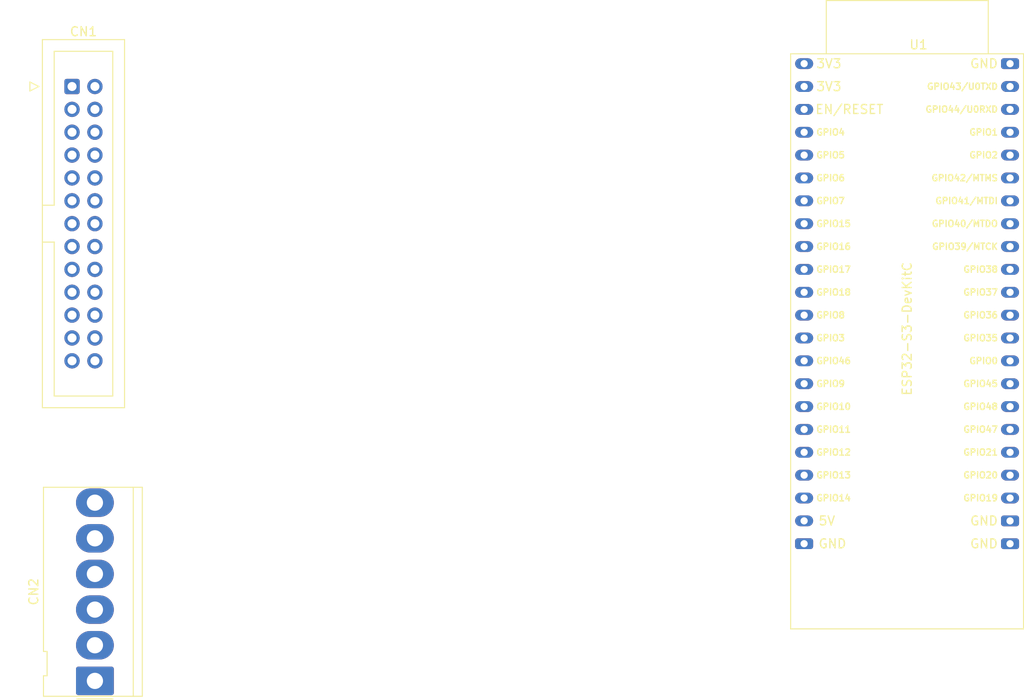
<source format=kicad_pcb>
(kicad_pcb (version 20211014) (generator pcbnew)
  (layers (0 "F.Cu" signal) (31 "B.Cu" signal) (34 "B.Paste" user) (35 "F.Paste" user) (36 "B.SilkS" user "B.Silkscreen") (37 "F.SilkS" user "F.Silkscreen") (38 "B.Mask" user) (39 "F.Mask" user) (44 "Edge.Cuts" user))
  (net 0 "")
  (net 4 "VFD SEL")
  (net 5 "VFD CMD")
  (net 6 "VFD WRT")
  (net 7 "VFD D0")
  (net 8 "VFD D1")
  (net 9 "VFD D2")
  (net 10 "VFD D3")
  (net 11 "VFD D4")
  (net 12 "VFD D5")
  (net 13 "VFD D6")
  (net 14 "VFD D7")
  (net 21 "+5V")
  (net 22 "GND")
  (footprint "Espressif:ESP32-S3-DevKitC" (layer "F.Cu") (at 144.78 50.8)
    (fp_text reference "U1" (at 12.70368 -2.09728) (layer "F.SilkS"))
    (fp_text value "ESP32-S3-DevKitC" (at 11.43 29.464 90) (layer "F.SilkS"))
    (fp_text user "GPIO43/U0TXD" (at 21.59368 2.54272 unlocked) (layer "F.SilkS") (effects (font (size 0.7 0.7)) (justify right)))
    (fp_text user "GPIO13" (at 1.27368 45.72272 unlocked) (layer "F.SilkS") (effects (font (size 0.7 0.7)) (justify left)))
    (fp_text user "GPIO21" (at 21.59368 43.18272 unlocked) (layer "F.SilkS") (effects (font (size 0.7 0.7)) (justify right)))
    (fp_text user "GND" (at 21.59368 50.80272 unlocked) (layer "F.SilkS") (effects (justify right)))
    (fp_text user "GPIO4" (at 1.27368 7.62272 unlocked) (layer "F.SilkS") (effects (font (size 0.7 0.7)) (justify left)))
    (fp_text user "GND" (at 21.59368 53.34272 unlocked) (layer "F.SilkS") (effects (justify right)))
    (fp_text user "GPIO39/MTCK" (at 21.59368 20.32272 unlocked) (layer "F.SilkS") (effects (font (size 0.7 0.7)) (justify right)))
    (fp_text user "GPIO20" (at 21.59368 45.72272 unlocked) (layer "F.SilkS") (effects (font (size 0.7 0.7)) (justify right)))
    (fp_text user "EN/RESET" (at 8.89 5.08 unlocked) (layer "F.SilkS") (effects (justify right)))
    (fp_text user "GPIO7" (at 1.27368 15.24272 unlocked) (layer "F.SilkS") (effects (font (size 0.7 0.7)) (justify left)))
    (fp_text user "GPIO14" (at 1.27368 48.26272 unlocked) (layer "F.SilkS") (effects (font (size 0.7 0.7)) (justify left)))
    (fp_text user "GPIO11" (at 1.27368 40.64272 unlocked) (layer "F.SilkS") (effects (font (size 0.7 0.7)) (justify left)))
    (fp_text user "GPIO12" (at 1.27368 43.18272 unlocked) (layer "F.SilkS") (effects (font (size 0.7 0.7)) (justify left)))
    (fp_text user "GPIO37" (at 21.59368 25.40272 unlocked) (layer "F.SilkS") (effects (font (size 0.7 0.7)) (justify right)))
    (fp_text user "GPIO40/MTDO" (at 21.59368 17.78272 unlocked) (layer "F.SilkS") (effects (font (size 0.7 0.7)) (justify right)))
    (fp_text user "GPIO38" (at 21.59368 22.86272 unlocked) (layer "F.SilkS") (effects (font (size 0.7 0.7)) (justify right)))
    (fp_text user "GPIO9" (at 1.27368 35.56272 unlocked) (layer "F.SilkS") (effects (font (size 0.7 0.7)) (justify left)))
    (fp_text user "GPIO42/MTMS" (at 21.59368 12.70272 unlocked) (layer "F.SilkS") (effects (font (size 0.7 0.7)) (justify right)))
    (fp_text user "3V3" (at 1.27368 0.00272 unlocked) (layer "F.SilkS") (effects (justify left)))
    (fp_text user "GPIO6" (at 1.27368 12.70272 unlocked) (layer "F.SilkS") (effects (font (size 0.7 0.7)) (justify left)))
    (fp_text user "GPIO0" (at 21.59368 33.02272 unlocked) (layer "F.SilkS") (effects (font (size 0.7 0.7)) (justify right)))
    (fp_text user "GPIO15" (at 1.27368 17.78272 unlocked) (layer "F.SilkS") (effects (font (size 0.7 0.7)) (justify left)))
    (fp_text user "5V" (at 1.524 50.8 unlocked) (layer "F.SilkS") (effects (justify left)))
    (fp_text user "GPIO44/U0RXD" (at 21.59368 5.08272 unlocked) (layer "F.SilkS") (effects (font (size 0.7 0.7)) (justify right)))
    (fp_text user "GND" (at 1.524 53.34 unlocked) (layer "F.SilkS") (effects (justify left)))
    (fp_text user "GPIO45" (at 21.59368 35.56272 unlocked) (layer "F.SilkS") (effects (font (size 0.7 0.7)) (justify right)))
    (fp_text user "GPIO10" (at 1.27368 38.10272 unlocked) (layer "F.SilkS") (effects (font (size 0.7 0.7)) (justify left)))
    (fp_text user "GPIO19" (at 21.59368 48.26272 unlocked) (layer "F.SilkS") (effects (font (size 0.7 0.7)) (justify right)))
    (fp_text user "GPIO5" (at 1.27368 10.16272 unlocked) (layer "F.SilkS") (effects (font (size 0.7 0.7)) (justify left)))
    (fp_text user "GPIO36" (at 21.59368 27.94272 unlocked) (layer "F.SilkS") (effects (font (size 0.7 0.7)) (justify right)))
    (fp_text user "GPIO46" (at 1.27368 33.02272 unlocked) (layer "F.SilkS") (effects (font (size 0.7 0.7)) (justify left)))
    (fp_text user "GND" (at 21.59368 0.00272 unlocked) (layer "F.SilkS") (effects (justify right)))
    (fp_text user "GPIO2" (at 21.59368 10.16272 unlocked) (layer "F.SilkS") (effects (font (size 0.7 0.7)) (justify right)))
    (fp_text user "GPIO35" (at 21.59368 30.48272 unlocked) (layer "F.SilkS") (effects (font (size 0.7 0.7)) (justify right)))
    (fp_text user "GPIO18" (at 1.27368 25.40272 unlocked) (layer "F.SilkS") (effects (font (size 0.7 0.7)) (justify left)))
    (fp_text user "GPIO47" (at 21.59368 40.64272 unlocked) (layer "F.SilkS") (effects (font (size 0.7 0.7)) (justify right)))
    (fp_text user "GPIO16" (at 1.27368 20.32272 unlocked) (layer "F.SilkS") (effects (font (size 0.7 0.7)) (justify left)))
    (fp_text user "GPIO17" (at 1.27368 22.86272 unlocked) (layer "F.SilkS") (effects (font (size 0.7 0.7)) (justify left)))
    (fp_text user "GPIO41/MTDI" (at 21.59368 15.24272 unlocked) (layer "F.SilkS") (effects (font (size 0.7 0.7)) (justify right)))
    (fp_text user "GPIO1" (at 21.59368 7.62272 unlocked) (layer "F.SilkS") (effects (font (size 0.7 0.7)) (justify right)))
    (fp_text user "3V3" (at 1.27368 2.54272 unlocked) (layer "F.SilkS") (effects (justify left)))
    (fp_text user "GPIO3" (at 1.27368 30.48272 unlocked) (layer "F.SilkS") (effects (font (size 0.7 0.7)) (justify left)))
    (fp_text user "GPIO8" (at 1.27368 27.94272 unlocked) (layer "F.SilkS") (effects (font (size 0.7 0.7)) (justify left)))
    (fp_text user "GPIO48" (at 21.59368 38.10272 unlocked) (layer "F.SilkS") (effects (font (size 0.7 0.7)) (justify right)))
    (fp_line (start 2.4638 -7.0104) (end 20.447 -7.0104) (layer "F.SilkS") (width 0.12))
    (fp_line (start 24.363679 62.8) (end 24.36368 -1.09728) (layer "F.SilkS") (width 0.12))
    (fp_line (start -1.496319 -1.09728) (end -1.49632 62.8) (layer "F.SilkS") (width 0.12))
    (fp_line (start -1.49632 62.8) (end 24.363679 62.8) (layer "F.SilkS") (width 0.12))
    (fp_line (start 20.447 -7.0104) (end 20.447 -1.1176) (layer "F.SilkS") (width 0.12))
    (fp_line (start 2.4638 -1.1176) (end 2.4638 -7.0104) (layer "F.SilkS") (width 0.12))
    (fp_line (start 24.36368 -1.09728) (end -1.496319 -1.09728) (layer "F.SilkS") (width 0.12))
    (pad "1" thru_hole oval locked (at 0.00368 0.00272 270) (size 1.2 2) (drill 0.8) (layers *.Cu *.Mask))
    (pad "2" thru_hole oval locked (at 0.00368 2.54272 270) (size 1.2 2) (drill 0.8) (layers *.Cu *.Mask))
    (pad "3" thru_hole oval locked (at 0.00368 5.08272 270) (size 1.2 2) (drill 0.8) (layers *.Cu *.Mask))
    (pad "4" thru_hole oval locked (at 0.00368 7.62272 270) (size 1.2 2) (drill 0.8) (layers *.Cu *.Mask) (net 4 "VFD SEL"))
    (pad "5" thru_hole oval locked (at 0.00368 10.16272 270) (size 1.2 2) (drill 0.8) (layers *.Cu *.Mask) (net 5 "VFD CMD"))
    (pad "6" thru_hole oval locked (at 0.00368 12.70272 270) (size 1.2 2) (drill 0.8) (layers *.Cu *.Mask) (net 6 "VFD WRT"))
    (pad "7" thru_hole oval locked (at 0.00368 15.24272 270) (size 1.2 2) (drill 0.8) (layers *.Cu *.Mask) (net 7 "VFD D0"))
    (pad "8" thru_hole oval locked (at 0.00368 17.78272 270) (size 1.2 2) (drill 0.8) (layers *.Cu *.Mask) (net 8 "VFD D1"))
    (pad "9" thru_hole oval locked (at 0.00368 20.32272 270) (size 1.2 2) (drill 0.8) (layers *.Cu *.Mask) (net 9 "VFD D2"))
    (pad "10" thru_hole oval locked (at 0.00368 22.86272 270) (size 1.2 2) (drill 0.8) (layers *.Cu *.Mask) (net 10 "VFD D3"))
    (pad "11" thru_hole oval locked (at 0.00368 25.40272 270) (size 1.2 2) (drill 0.8) (layers *.Cu *.Mask) (net 11 "VFD D4"))
    (pad "12" thru_hole oval locked (at 0.00368 27.94272 270) (size 1.2 2) (drill 0.8) (layers *.Cu *.Mask) (net 12 "VFD D5"))
    (pad "13" thru_hole oval locked (at 0.00368 30.48272 270) (size 1.2 2) (drill 0.8) (layers *.Cu *.Mask) (net 13 "VFD D6"))
    (pad "14" thru_hole oval locked (at 0.00368 33.02272 270) (size 1.2 2) (drill 0.8) (layers *.Cu *.Mask) (net 14 "VFD D7"))
    (pad "15" thru_hole oval locked (at 0.00368 35.56272 270) (size 1.2 2) (drill 0.8) (layers *.Cu *.Mask))
    (pad "16" thru_hole oval locked (at 0.00368 38.10272 270) (size 1.2 2) (drill 0.8) (layers *.Cu *.Mask))
    (pad "17" thru_hole oval locked (at 0.00368 40.64272 270) (size 1.2 2) (drill 0.8) (layers *.Cu *.Mask))
    (pad "18" thru_hole oval locked (at 0.00368 43.18272 270) (size 1.2 2) (drill 0.8) (layers *.Cu *.Mask))
    (pad "19" thru_hole oval locked (at 0.00368 45.72272 270) (size 1.2 2) (drill 0.8) (layers *.Cu *.Mask))
    (pad "20" thru_hole oval locked (at 0 48.26 270) (size 1.2 2) (drill 0.8) (layers *.Cu *.Mask))
    (pad "21" thru_hole oval locked (at 0 50.8 270) (size 1.2 2) (drill 0.8) (layers *.Cu *.Mask) (net 21 "+5V"))
    (pad "22" thru_hole roundrect locked (at 0 53.34 270) (size 1.2 2) (drill 0.8) (layers *.Cu *.Mask) (net 22 "GND"))
    (pad "23" thru_hole roundrect locked (at 22.86368 53.34272 270) (size 1.2 2) (drill 0.8) (layers *.Cu *.Mask) (net 22 "GND"))
    (pad "24" thru_hole roundrect locked (at 22.86368 50.80272 270) (size 1.2 2) (drill 0.8) (layers *.Cu *.Mask) (net 22 "GND"))
    (pad "25" thru_hole oval locked (at 22.86368 48.26272 270) (size 1.2 2) (drill 0.8) (layers *.Cu *.Mask))
    (pad "26" thru_hole oval locked (at 22.86368 45.72272 270) (size 1.2 2) (drill 0.8) (layers *.Cu *.Mask))
    (pad "27" thru_hole oval locked (at 22.86368 43.18272 270) (size 1.2 2) (drill 0.8) (layers *.Cu *.Mask))
    (pad "28" thru_hole oval locked (at 22.86368 40.64272 270) (size 1.2 2) (drill 0.8) (layers *.Cu *.Mask))
    (pad "29" thru_hole oval locked (at 22.86368 38.10272 270) (size 1.2 2) (drill 0.8) (layers *.Cu *.Mask))
    (pad "30" thru_hole oval locked (at 22.86368 35.56272 270) (size 1.2 2) (drill 0.8) (layers *.Cu *.Mask))
    (pad "31" thru_hole oval locked (at 22.86368 33.02272 270) (size 1.2 2) (drill 0.8) (layers *.Cu *.Mask))
    (pad "32" thru_hole oval locked (at 22.86368 30.48272 270) (size 1.2 2) (drill 0.8) (layers *.Cu *.Mask))
    (pad "33" thru_hole oval locked (at 22.86368 27.94272 270) (size 1.2 2) (drill 0.8) (layers *.Cu *.Mask))
    (pad "34" thru_hole oval locked (at 22.86368 25.40272 270) (size 1.2 2) (drill 0.8) (layers *.Cu *.Mask))
    (pad "35" thru_hole oval locked (at 22.86368 22.86272 270) (size 1.2 2) (drill 0.8) (layers *.Cu *.Mask))
    (pad "36" thru_hole oval locked (at 22.86368 20.32272 270) (size 1.2 2) (drill 0.8) (layers *.Cu *.Mask))
    (pad "37" thru_hole oval locked (at 22.86368 17.78272 270) (size 1.2 2) (drill 0.8) (layers *.Cu *.Mask))
    (pad "38" thru_hole oval locked (at 22.86368 15.24272 270) (size 1.2 2) (drill 0.8) (layers *.Cu *.Mask))
    (pad "39" thru_hole oval locked (at 22.86368 12.70272 270) (size 1.2 2) (drill 0.8) (layers *.Cu *.Mask))
    (pad "40" thru_hole oval locked (at 22.86368 10.16272 270) (size 1.2 2) (drill 0.8) (layers *.Cu *.Mask))
    (pad "41" thru_hole oval locked (at 22.86368 7.62272 270) (size 1.2 2) (drill 0.8) (layers *.Cu *.Mask))
    (pad "42" thru_hole oval locked (at 22.86368 5.08272 270) (size 1.2 2) (drill 0.8) (layers *.Cu *.Mask))
    (pad "43" thru_hole oval locked (at 22.86368 2.54272 270) (size 1.2 2) (drill 0.8) (layers *.Cu *.Mask))
    (pad "44" thru_hole roundrect locked (at 22.86368 0.00272 270) (size 1.2 2) (drill 0.8) (layers *.Cu *.Mask) (net 22 "GND"))
  )
  (footprint "Connector_Molex:Molex_KK-396_5273-06A_1x06_P3.96mm_Vertical" (layer "F.Cu") (at 66.04 119.38 90)
    (fp_text reference "CN2" (at 9.9 -6.8 90) (layer "F.SilkS"))
    (fp_text value "Noritake PW-126-101K")
    (fp_line (start -1.71 -5.71) (end 0.57 -5.71) (layer "F.SilkS") (width 0.12))
    (fp_line (start 0.57 -5.31) (end 3.27 -5.31) (layer "F.SilkS") (width 0.12))
    (fp_line (start 21.51 -5.71) (end 21.51 5.26) (layer "F.SilkS") (width 0.12))
    (fp_line (start 3.27 -5.71) (end 21.51 -5.71) (layer "F.SilkS") (width 0.12))
    (fp_line (start 0.57 -5.71) (end 0.57 -5.31) (layer "F.SilkS") (width 0.12))
    (fp_line (start 3.27 -5.31) (end 3.27 -5.71) (layer "F.SilkS") (width 0.12))
    (fp_line (start -1.71 4.26) (end 21.51 4.26) (layer "F.SilkS") (width 0.12))
    (fp_line (start 21.51 5.26) (end -1.71 5.26) (layer "F.SilkS") (width 0.12))
    (fp_line (start -1.71 5.26) (end -1.71 4.26) (layer "F.SilkS") (width 0.12))
    (fp_line (start -2 -2) (end -2 2) (layer "F.SilkS") (width 0.12))
    (fp_line (start -1.71 4.26) (end -1.71 -5.71) (layer "F.SilkS") (width 0.12))
    (pad "1" thru_hole roundrect (at 0 0 90) (size 3.16 4.2) (drill 1.8) (layers *.Cu *.Mask) (roundrect_rratio 0.079114) (net 21 "+5V"))
    (pad "2" thru_hole oval (at 3.96 0 90) (size 3.16 4.2) (drill 1.8) (layers *.Cu *.Mask))
    (pad "3" thru_hole oval (at 7.92 0 90) (size 3.16 4.2) (drill 1.8) (layers *.Cu *.Mask) (net 22 "GND"))
    (pad "4" thru_hole oval (at 11.88 0 90) (size 3.16 4.2) (drill 1.8) (layers *.Cu *.Mask))
    (pad "5" thru_hole oval (at 15.84 0 90) (size 3.16 4.2) (drill 1.8) (layers *.Cu *.Mask))
    (pad "6" thru_hole oval (at 19.8 0 90) (size 3.16 4.2) (drill 1.8) (layers *.Cu *.Mask))
  )
  (footprint "Connector_IDC:IDC-Header_2x13_P2.54mm_Vertical" (layer "F.Cu") (at 63.5 53.34)
    (fp_text reference "CN1" (at 1.27 -6.1) (layer "F.SilkS"))
    (fp_text value "Noritake PW-126-101K")
    (fp_line (start -1.98 17.29) (end -1.98 17.29) (layer "F.SilkS") (width 0.12))
    (fp_line (start -3.29 35.69) (end -3.29 -5.21) (layer "F.SilkS") (width 0.12))
    (fp_line (start -3.68 0) (end -4.68 -0.5) (layer "F.SilkS") (width 0.12))
    (fp_line (start -1.98 13.19) (end -1.98 -3.91) (layer "F.SilkS") (width 0.12))
    (fp_line (start 5.83 35.69) (end -3.29 35.69) (layer "F.SilkS") (width 0.12))
    (fp_line (start -4.68 -0.5) (end -4.68 0.5) (layer "F.SilkS") (width 0.12))
    (fp_line (start 4.52 -3.91) (end 4.52 34.39) (layer "F.SilkS") (width 0.12))
    (fp_line (start 5.83 -5.21) (end 5.83 35.69) (layer "F.SilkS") (width 0.12))
    (fp_line (start -1.98 17.29) (end -3.29 17.29) (layer "F.SilkS") (width 0.12))
    (fp_line (start -1.98 -3.91) (end 4.52 -3.91) (layer "F.SilkS") (width 0.12))
    (fp_line (start 4.52 34.39) (end -1.98 34.39) (layer "F.SilkS") (width 0.12))
    (fp_line (start -3.29 13.19) (end -1.98 13.19) (layer "F.SilkS") (width 0.12))
    (fp_line (start -1.98 34.39) (end -1.98 17.29) (layer "F.SilkS") (width 0.12))
    (fp_line (start -4.68 0.5) (end -3.68 0) (layer "F.SilkS") (width 0.12))
    (fp_line (start -3.29 -5.21) (end 5.83 -5.21) (layer "F.SilkS") (width 0.12))
    (pad "1" thru_hole roundrect (at 0 0) (size 1.7 1.7) (drill 1) (layers *.Cu *.Mask) (roundrect_rratio 0.147059))
    (pad "2" thru_hole circle (at 2.54 0) (size 1.7 1.7) (drill 1) (layers *.Cu *.Mask) (net 22 "GND"))
    (pad "3" thru_hole circle (at 0 2.54) (size 1.7 1.7) (drill 1) (layers *.Cu *.Mask) (net 4 "VFD SEL"))
    (pad "4" thru_hole circle (at 2.54 2.54) (size 1.7 1.7) (drill 1) (layers *.Cu *.Mask) (net 22 "GND"))
    (pad "5" thru_hole circle (at 0 5.08) (size 1.7 1.7) (drill 1) (layers *.Cu *.Mask))
    (pad "6" thru_hole circle (at 2.54 5.08) (size 1.7 1.7) (drill 1) (layers *.Cu *.Mask) (net 22 "GND"))
    (pad "7" thru_hole circle (at 0 7.62) (size 1.7 1.7) (drill 1) (layers *.Cu *.Mask) (net 5 "VFD CMD"))
    (pad "8" thru_hole circle (at 2.54 7.62) (size 1.7 1.7) (drill 1) (layers *.Cu *.Mask) (net 22 "GND"))
    (pad "9" thru_hole circle (at 0 10.16) (size 1.7 1.7) (drill 1) (layers *.Cu *.Mask) (net 6 "VFD WRT"))
    (pad "10" thru_hole circle (at 2.54 10.16) (size 1.7 1.7) (drill 1) (layers *.Cu *.Mask) (net 22 "GND"))
    (pad "11" thru_hole circle (at 0 12.7) (size 1.7 1.7) (drill 1) (layers *.Cu *.Mask) (net 7 "VFD D0"))
    (pad "12" thru_hole circle (at 2.54 12.7) (size 1.7 1.7) (drill 1) (layers *.Cu *.Mask) (net 22 "GND"))
    (pad "13" thru_hole circle (at 0 15.24) (size 1.7 1.7) (drill 1) (layers *.Cu *.Mask) (net 8 "VFD D1"))
    (pad "14" thru_hole circle (at 2.54 15.24) (size 1.7 1.7) (drill 1) (layers *.Cu *.Mask) (net 22 "GND"))
    (pad "15" thru_hole circle (at 0 17.78) (size 1.7 1.7) (drill 1) (layers *.Cu *.Mask) (net 9 "VFD D2"))
    (pad "16" thru_hole circle (at 2.54 17.78) (size 1.7 1.7) (drill 1) (layers *.Cu *.Mask) (net 22 "GND"))
    (pad "17" thru_hole circle (at 0 20.32) (size 1.7 1.7) (drill 1) (layers *.Cu *.Mask) (net 10 "VFD D3"))
    (pad "18" thru_hole circle (at 2.54 20.32) (size 1.7 1.7) (drill 1) (layers *.Cu *.Mask) (net 22 "GND"))
    (pad "19" thru_hole circle (at 0 22.86) (size 1.7 1.7) (drill 1) (layers *.Cu *.Mask) (net 11 "VFD D4"))
    (pad "20" thru_hole circle (at 2.54 22.86) (size 1.7 1.7) (drill 1) (layers *.Cu *.Mask) (net 22 "GND"))
    (pad "21" thru_hole circle (at 0 25.4) (size 1.7 1.7) (drill 1) (layers *.Cu *.Mask) (net 12 "VFD D5"))
    (pad "22" thru_hole circle (at 2.54 25.4) (size 1.7 1.7) (drill 1) (layers *.Cu *.Mask) (net 22 "GND"))
    (pad "23" thru_hole circle (at 0 27.94) (size 1.7 1.7) (drill 1) (layers *.Cu *.Mask) (net 13 "VFD D6"))
    (pad "24" thru_hole circle (at 2.54 27.94) (size 1.7 1.7) (drill 1) (layers *.Cu *.Mask) (net 22 "GND"))
    (pad "25" thru_hole circle (at 0 30.48) (size 1.7 1.7) (drill 1) (layers *.Cu *.Mask) (net 14 "VFD D7"))
    (pad "26" thru_hole circle (at 2.54 30.48) (size 1.7 1.7) (drill 1) (layers *.Cu *.Mask) (net 22 "GND"))
  )
)
</source>
